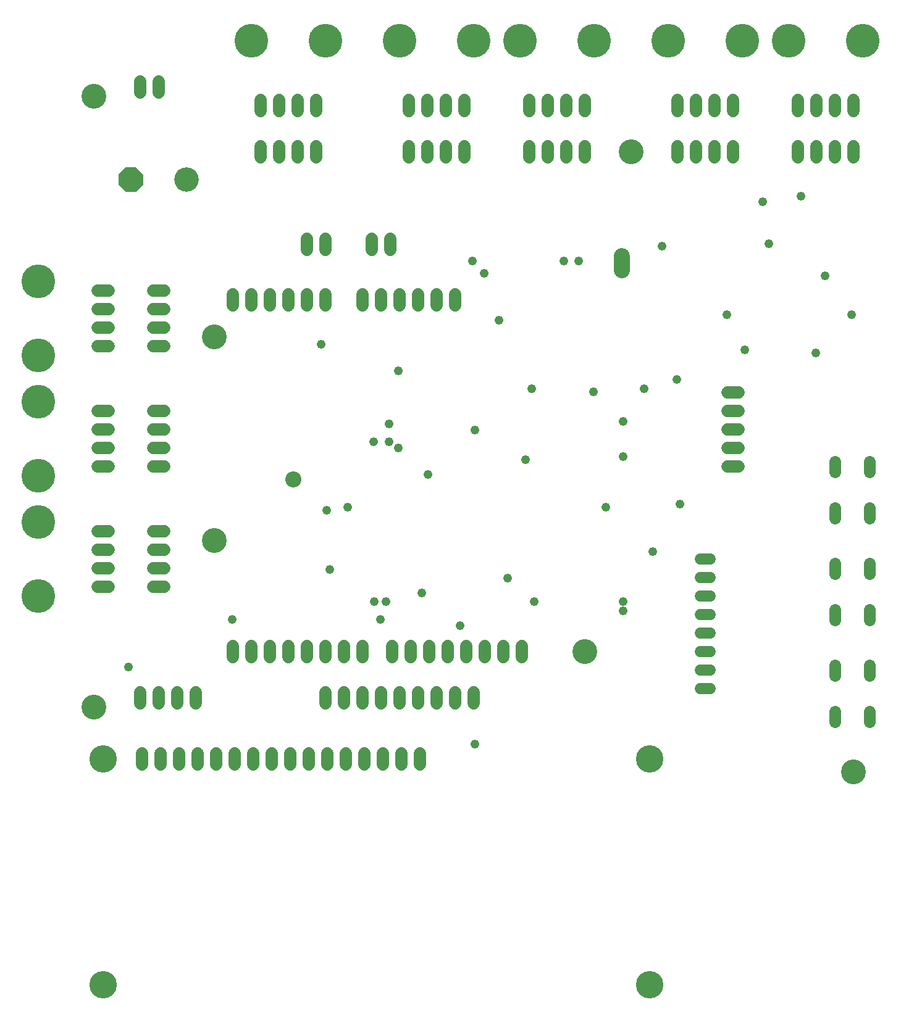
<source format=gbs>
G75*
G70*
%OFA0B0*%
%FSLAX24Y24*%
%IPPOS*%
%LPD*%
%AMOC8*
5,1,8,0,0,1.08239X$1,22.5*
%
%ADD10C,0.1340*%
%ADD11C,0.0867*%
%ADD12C,0.0680*%
%ADD13C,0.0634*%
%ADD14C,0.1480*%
%ADD15C,0.1820*%
%ADD16C,0.0860*%
%ADD17C,0.0600*%
%ADD18OC8,0.1320*%
%ADD19C,0.1320*%
%ADD20C,0.0480*%
%ADD21C,0.0476*%
D10*
X004634Y016506D03*
X011134Y025506D03*
X011134Y036506D03*
X004634Y049506D03*
X031134Y019506D03*
X045634Y013006D03*
X033634Y046506D03*
D11*
X015414Y028831D03*
D12*
X008434Y029506D02*
X007834Y029506D01*
X007834Y030506D02*
X008434Y030506D01*
X008434Y031506D02*
X007834Y031506D01*
X007834Y032506D02*
X008434Y032506D01*
X005434Y032506D02*
X004834Y032506D01*
X004834Y031506D02*
X005434Y031506D01*
X005434Y030506D02*
X004834Y030506D01*
X004834Y029506D02*
X005434Y029506D01*
X005434Y026006D02*
X004834Y026006D01*
X004834Y025006D02*
X005434Y025006D01*
X005434Y024006D02*
X004834Y024006D01*
X004834Y023006D02*
X005434Y023006D01*
X007834Y023006D02*
X008434Y023006D01*
X008434Y024006D02*
X007834Y024006D01*
X007834Y025006D02*
X008434Y025006D01*
X008434Y026006D02*
X007834Y026006D01*
X012134Y019806D02*
X012134Y019206D01*
X013134Y019206D02*
X013134Y019806D01*
X014134Y019806D02*
X014134Y019206D01*
X015134Y019206D02*
X015134Y019806D01*
X016134Y019806D02*
X016134Y019206D01*
X017134Y019206D02*
X017134Y019806D01*
X018134Y019806D02*
X018134Y019206D01*
X019134Y019206D02*
X019134Y019806D01*
X020734Y019806D02*
X020734Y019206D01*
X021734Y019206D02*
X021734Y019806D01*
X022734Y019806D02*
X022734Y019206D01*
X023734Y019206D02*
X023734Y019806D01*
X024734Y019806D02*
X024734Y019206D01*
X025734Y019206D02*
X025734Y019806D01*
X026734Y019806D02*
X026734Y019206D01*
X027734Y019206D02*
X027734Y019806D01*
X025134Y017306D02*
X025134Y016706D01*
X024134Y016706D02*
X024134Y017306D01*
X023134Y017306D02*
X023134Y016706D01*
X022134Y016706D02*
X022134Y017306D01*
X021134Y017306D02*
X021134Y016706D01*
X020134Y016706D02*
X020134Y017306D01*
X019134Y017306D02*
X019134Y016706D01*
X018134Y016706D02*
X018134Y017306D01*
X017134Y017306D02*
X017134Y016706D01*
X017234Y014006D02*
X017234Y013406D01*
X016234Y013406D02*
X016234Y014006D01*
X015234Y014006D02*
X015234Y013406D01*
X014234Y013406D02*
X014234Y014006D01*
X013234Y014006D02*
X013234Y013406D01*
X012234Y013406D02*
X012234Y014006D01*
X011234Y014006D02*
X011234Y013406D01*
X010234Y013406D02*
X010234Y014006D01*
X009234Y014006D02*
X009234Y013406D01*
X008234Y013406D02*
X008234Y014006D01*
X007234Y014006D02*
X007234Y013406D01*
X007134Y016706D02*
X007134Y017306D01*
X008134Y017306D02*
X008134Y016706D01*
X009134Y016706D02*
X009134Y017306D01*
X010134Y017306D02*
X010134Y016706D01*
X018234Y014006D02*
X018234Y013406D01*
X019234Y013406D02*
X019234Y014006D01*
X020234Y014006D02*
X020234Y013406D01*
X021234Y013406D02*
X021234Y014006D01*
X022234Y014006D02*
X022234Y013406D01*
X038834Y029506D02*
X039434Y029506D01*
X039434Y030506D02*
X038834Y030506D01*
X038834Y031506D02*
X039434Y031506D01*
X039434Y032506D02*
X038834Y032506D01*
X038834Y033506D02*
X039434Y033506D01*
X039134Y046206D02*
X039134Y046806D01*
X038134Y046806D02*
X038134Y046206D01*
X037134Y046206D02*
X037134Y046806D01*
X036134Y046806D02*
X036134Y046206D01*
X036134Y048706D02*
X036134Y049306D01*
X037134Y049306D02*
X037134Y048706D01*
X038134Y048706D02*
X038134Y049306D01*
X039134Y049306D02*
X039134Y048706D01*
X042634Y048706D02*
X042634Y049306D01*
X043634Y049306D02*
X043634Y048706D01*
X044634Y048706D02*
X044634Y049306D01*
X045634Y049306D02*
X045634Y048706D01*
X045634Y046806D02*
X045634Y046206D01*
X044634Y046206D02*
X044634Y046806D01*
X043634Y046806D02*
X043634Y046206D01*
X042634Y046206D02*
X042634Y046806D01*
X031134Y046806D02*
X031134Y046206D01*
X030134Y046206D02*
X030134Y046806D01*
X029134Y046806D02*
X029134Y046206D01*
X028134Y046206D02*
X028134Y046806D01*
X028134Y048706D02*
X028134Y049306D01*
X029134Y049306D02*
X029134Y048706D01*
X030134Y048706D02*
X030134Y049306D01*
X031134Y049306D02*
X031134Y048706D01*
X024634Y048706D02*
X024634Y049306D01*
X023634Y049306D02*
X023634Y048706D01*
X022634Y048706D02*
X022634Y049306D01*
X021634Y049306D02*
X021634Y048706D01*
X021634Y046806D02*
X021634Y046206D01*
X022634Y046206D02*
X022634Y046806D01*
X023634Y046806D02*
X023634Y046206D01*
X024634Y046206D02*
X024634Y046806D01*
X020634Y041806D02*
X020634Y041206D01*
X019634Y041206D02*
X019634Y041806D01*
X017134Y041806D02*
X017134Y041206D01*
X016134Y041206D02*
X016134Y041806D01*
X016134Y038806D02*
X016134Y038206D01*
X015134Y038206D02*
X015134Y038806D01*
X014134Y038806D02*
X014134Y038206D01*
X013134Y038206D02*
X013134Y038806D01*
X012134Y038806D02*
X012134Y038206D01*
X008434Y038006D02*
X007834Y038006D01*
X007834Y037006D02*
X008434Y037006D01*
X008434Y036006D02*
X007834Y036006D01*
X005434Y036006D02*
X004834Y036006D01*
X004834Y037006D02*
X005434Y037006D01*
X005434Y038006D02*
X004834Y038006D01*
X004834Y039006D02*
X005434Y039006D01*
X007834Y039006D02*
X008434Y039006D01*
X013634Y046206D02*
X013634Y046806D01*
X014634Y046806D02*
X014634Y046206D01*
X015634Y046206D02*
X015634Y046806D01*
X016634Y046806D02*
X016634Y046206D01*
X016634Y048706D02*
X016634Y049306D01*
X015634Y049306D02*
X015634Y048706D01*
X014634Y048706D02*
X014634Y049306D01*
X013634Y049306D02*
X013634Y048706D01*
X008134Y049706D02*
X008134Y050306D01*
X007134Y050306D02*
X007134Y049706D01*
X017134Y038806D02*
X017134Y038206D01*
X019134Y038206D02*
X019134Y038806D01*
X020134Y038806D02*
X020134Y038206D01*
X021134Y038206D02*
X021134Y038806D01*
X022134Y038806D02*
X022134Y038206D01*
X023134Y038206D02*
X023134Y038806D01*
X024134Y038806D02*
X024134Y038206D01*
D13*
X044634Y029783D02*
X044634Y029229D01*
X044634Y027283D02*
X044634Y026729D01*
X046509Y026729D02*
X046509Y027283D01*
X046509Y029229D02*
X046509Y029783D01*
X046509Y024283D02*
X046509Y023729D01*
X046509Y021783D02*
X046509Y021229D01*
X044634Y021229D02*
X044634Y021783D01*
X044634Y023729D02*
X044634Y024283D01*
X044634Y018783D02*
X044634Y018229D01*
X044634Y016283D02*
X044634Y015729D01*
X046509Y015729D02*
X046509Y016283D01*
X046509Y018229D02*
X046509Y018783D01*
D14*
X005134Y001506D03*
X005134Y013706D03*
X034634Y013706D03*
X034634Y001506D03*
D15*
X001634Y022506D03*
X001634Y026506D03*
X001634Y029006D03*
X001634Y033006D03*
X001634Y035506D03*
X001634Y039506D03*
X013134Y052506D03*
X017134Y052506D03*
X021134Y052506D03*
X025134Y052506D03*
X027634Y052506D03*
X031634Y052506D03*
X035634Y052506D03*
X039634Y052506D03*
X042134Y052506D03*
X046134Y052506D03*
D16*
X033134Y040896D02*
X033134Y040116D01*
D17*
X037374Y024506D02*
X037894Y024506D01*
X037894Y023506D02*
X037374Y023506D01*
X037374Y022506D02*
X037894Y022506D01*
X037894Y021506D02*
X037374Y021506D01*
X037374Y020506D02*
X037894Y020506D01*
X037894Y019506D02*
X037374Y019506D01*
X037374Y018506D02*
X037894Y018506D01*
X037894Y017506D02*
X037374Y017506D01*
D18*
X006634Y045006D03*
D19*
X009634Y045006D03*
D20*
X016894Y036126D03*
X021054Y034686D03*
X020574Y031806D03*
X020574Y030846D03*
X021054Y030526D03*
X022654Y029086D03*
X025214Y031486D03*
X027934Y029886D03*
X028254Y033726D03*
X031614Y033566D03*
X033214Y031966D03*
X034334Y033726D03*
X036094Y034206D03*
X038814Y037726D03*
X039774Y035806D03*
X043614Y035646D03*
X045534Y037726D03*
X044094Y039806D03*
X041054Y041566D03*
X040734Y043806D03*
X042814Y044126D03*
X035294Y041406D03*
X030814Y040606D03*
X030014Y040606D03*
X026494Y037406D03*
X025694Y039966D03*
X025054Y040606D03*
X033214Y030046D03*
X032254Y027326D03*
X034814Y024926D03*
X036254Y027486D03*
X033214Y022206D03*
X033214Y021726D03*
X028414Y022206D03*
X026974Y023486D03*
X024414Y020926D03*
X022334Y022686D03*
X020414Y022206D03*
X019774Y022206D03*
X020094Y021246D03*
X017374Y023966D03*
X017214Y027166D03*
X018334Y027326D03*
X012094Y021246D03*
X006494Y018686D03*
X025214Y014526D03*
D21*
X019734Y030856D03*
X019734Y030856D03*
M02*

</source>
